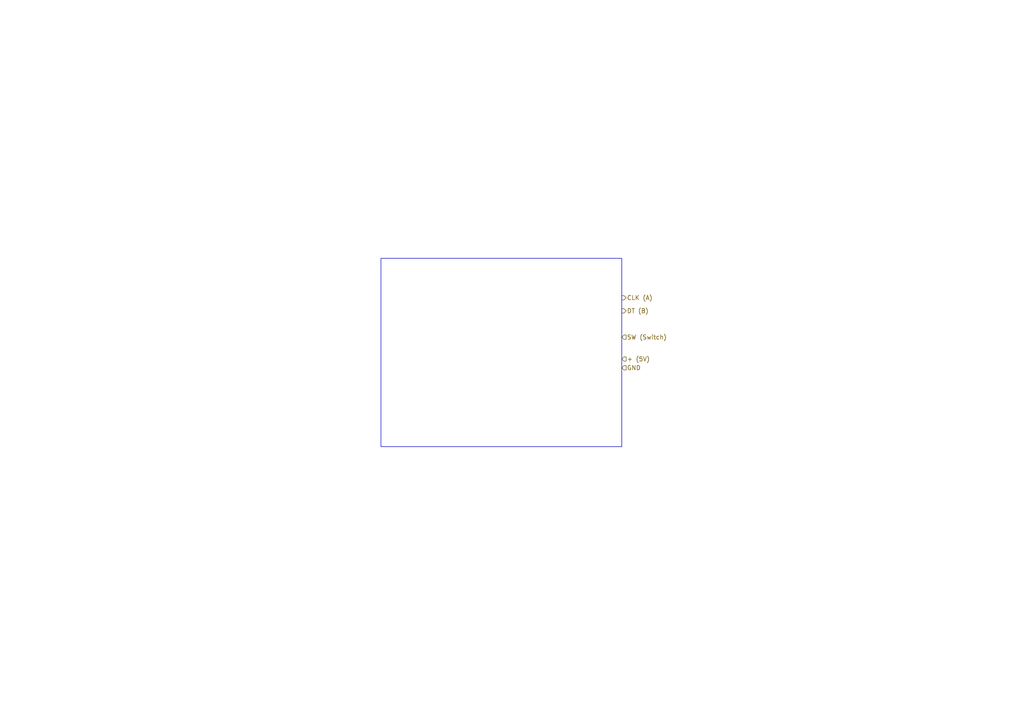
<source format=kicad_sch>
(kicad_sch
	(version 20231120)
	(generator "eeschema")
	(generator_version "8.0")
	(uuid "3a162a54-e418-4b8c-a74d-d90e85dfd40c")
	(paper "A4")
	(lib_symbols)
	(rectangle
		(start 110.49 74.93)
		(end 180.34 129.54)
		(stroke
			(width 0)
			(type default)
		)
		(fill
			(type none)
		)
		(uuid df1d1608-fc90-4a6b-947d-e867e4b0421d)
	)
	(hierarchical_label "CLK (A)"
		(shape output)
		(at 180.34 86.36 0)
		(fields_autoplaced yes)
		(effects
			(font
				(size 1.27 1.27)
			)
			(justify left)
		)
		(uuid "072831b5-d10d-413b-aa51-d9369a15f7f3")
	)
	(hierarchical_label "DT (B)"
		(shape output)
		(at 180.34 90.17 0)
		(fields_autoplaced yes)
		(effects
			(font
				(size 1.27 1.27)
			)
			(justify left)
		)
		(uuid "7b555236-15c1-47a4-a8f2-caef4215a3b0")
	)
	(hierarchical_label "GND"
		(shape input)
		(at 180.34 106.68 0)
		(fields_autoplaced yes)
		(effects
			(font
				(size 1.27 1.27)
			)
			(justify left)
		)
		(uuid "8534c0a2-c449-49e3-8a43-81406fc75af7")
	)
	(hierarchical_label "SW (Switch)"
		(shape input)
		(at 180.34 97.79 0)
		(fields_autoplaced yes)
		(effects
			(font
				(size 1.27 1.27)
			)
			(justify left)
		)
		(uuid "bd6933cc-4743-47e5-998f-3d54b3bc6e63")
	)
	(hierarchical_label "+ (5V)"
		(shape input)
		(at 180.34 104.14 0)
		(fields_autoplaced yes)
		(effects
			(font
				(size 1.27 1.27)
			)
			(justify left)
		)
		(uuid "da139751-a7d4-4863-9f80-7666e21166e5")
	)
)
</source>
